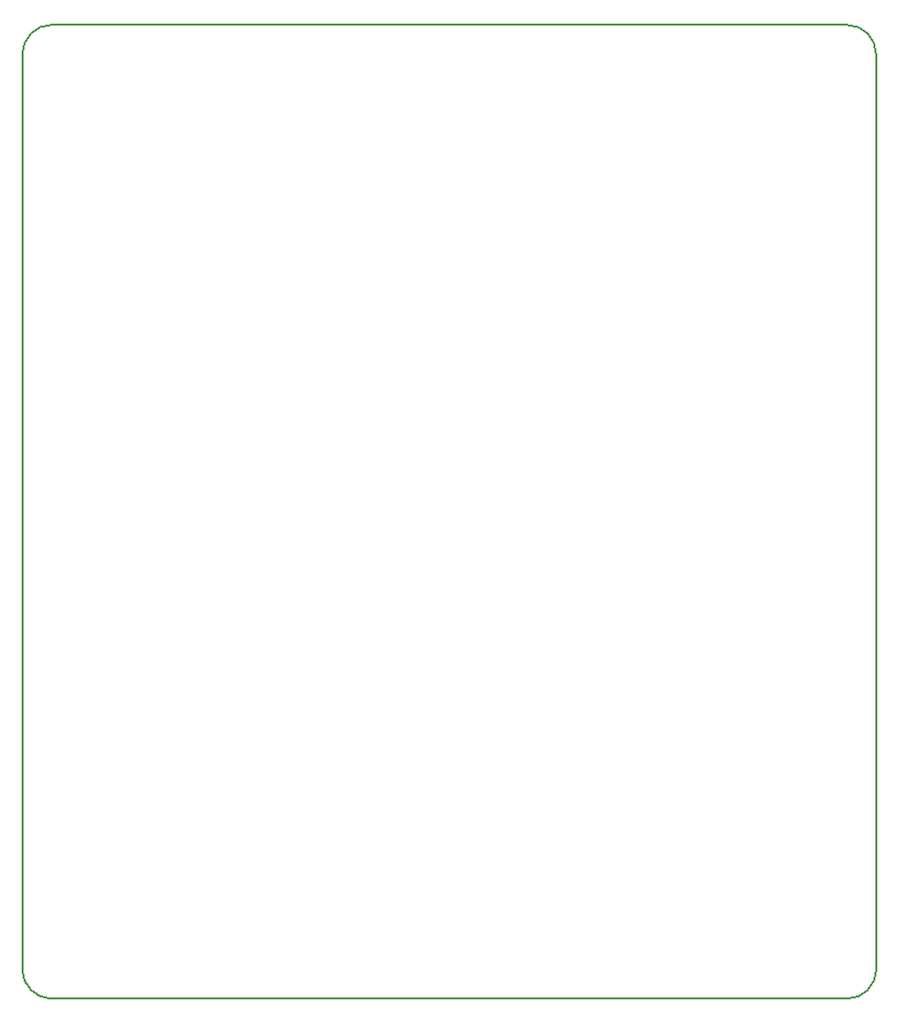
<source format=gbr>
G04 #@! TF.GenerationSoftware,KiCad,Pcbnew,5.0.2+dfsg1-1~bpo9+1*
G04 #@! TF.CreationDate,2019-11-16T16:08:01+00:00*
G04 #@! TF.ProjectId,remote_cherry,72656d6f-7465-45f6-9368-657272792e6b,rev?*
G04 #@! TF.SameCoordinates,Original*
G04 #@! TF.FileFunction,Profile,NP*
%FSLAX46Y46*%
G04 Gerber Fmt 4.6, Leading zero omitted, Abs format (unit mm)*
G04 Created by KiCad (PCBNEW 5.0.2+dfsg1-1~bpo9+1) date Sat 16 Nov 2019 16:08:01 GMT*
%MOMM*%
%LPD*%
G01*
G04 APERTURE LIST*
%ADD10C,0.150000*%
G04 APERTURE END LIST*
D10*
X174142400Y-35153600D02*
X105740200Y-35153600D01*
X176707800Y-116357400D02*
X176695100Y-37668200D01*
X105727500Y-118897400D02*
X174180500Y-118897400D01*
X103187500Y-37693600D02*
X103187500Y-116357400D01*
X105727500Y-118897400D02*
G75*
G02X103187500Y-116357400I0J2540000D01*
G01*
X176707800Y-116357400D02*
G75*
G02X174167800Y-118897400I-2540000J0D01*
G01*
X103187500Y-37693600D02*
G75*
G02X105727500Y-35153600I2540000J0D01*
G01*
X174155100Y-35153600D02*
G75*
G02X176695100Y-37693600I0J-2540000D01*
G01*
M02*

</source>
